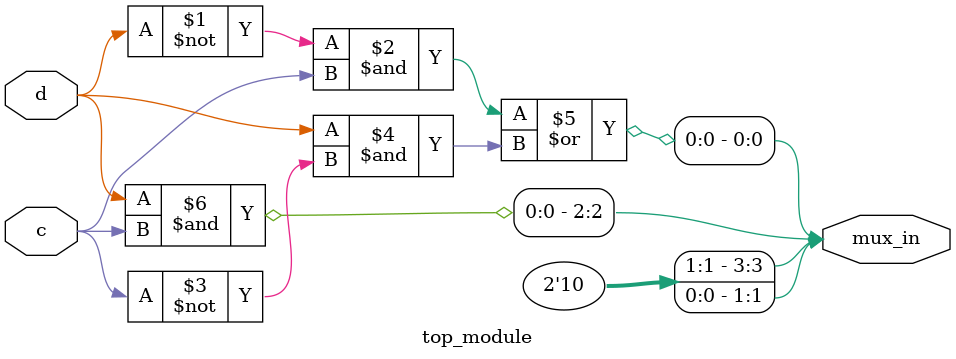
<source format=sv>
module top_module (
    input c,
    input d,
    output [3:0] mux_in
);

    // Implement the Karnaugh map for each of the 4-to-1 mux inputs
    // mux_in[0] corresponds to ab = 00
    // mux_in[1] corresponds to ab = 01
    // mux_in[2] corresponds to ab = 11
    // mux_in[3] corresponds to ab = 10

    assign mux_in[0] = (~d & c) | (d & ~c);
    assign mux_in[1] = 0;
    assign mux_in[2] = (d & c);
    assign mux_in[3] = 1;

endmodule

</source>
